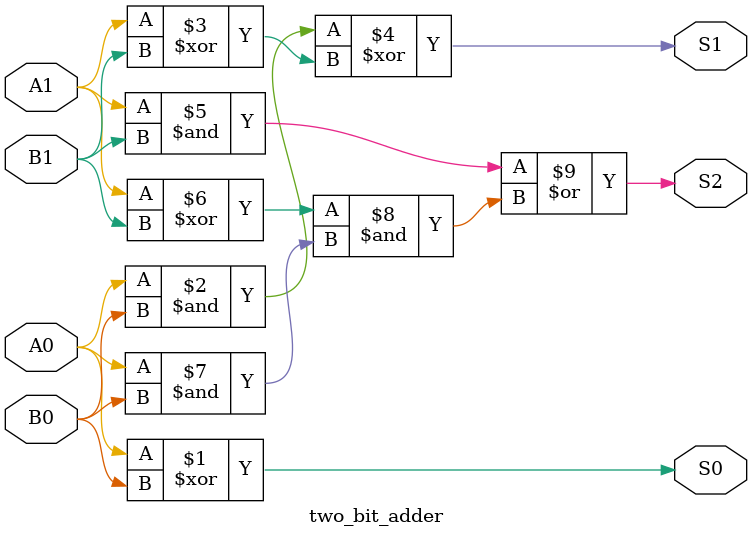
<source format=v>
`timescale 1ns / 1ps

module two_bit_adder(
    input A0,
    input A1,
    input B0,
    input B1,
    output S0,
    output S1,
    output S2
    );
    
    assign S0 = A0 ^ B0;
    assign S1 = (A0 & B0) ^ (A1 ^ B1);
    assign S2 = (A1 & B1) | ((A1 ^ B1) & (A0 & B0));
    
endmodule

</source>
